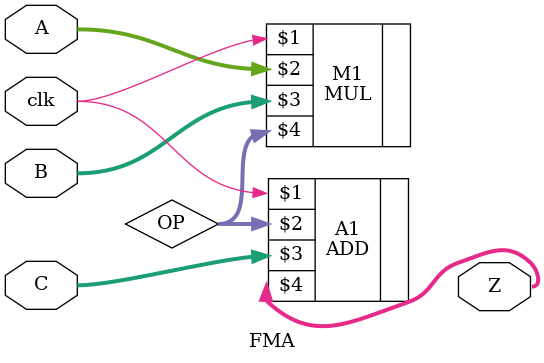
<source format=v>
module FMA(clk, A, B, C, Z);
     input clk; 
     input [31:0] A, B, C; 
     wire [31:0] OP;
     output [31:0] Z; 
     
        
    MUL M1(clk, A, B, OP);
   
    ADD A1(clk, OP, C, Z);
    
endmodule
</source>
